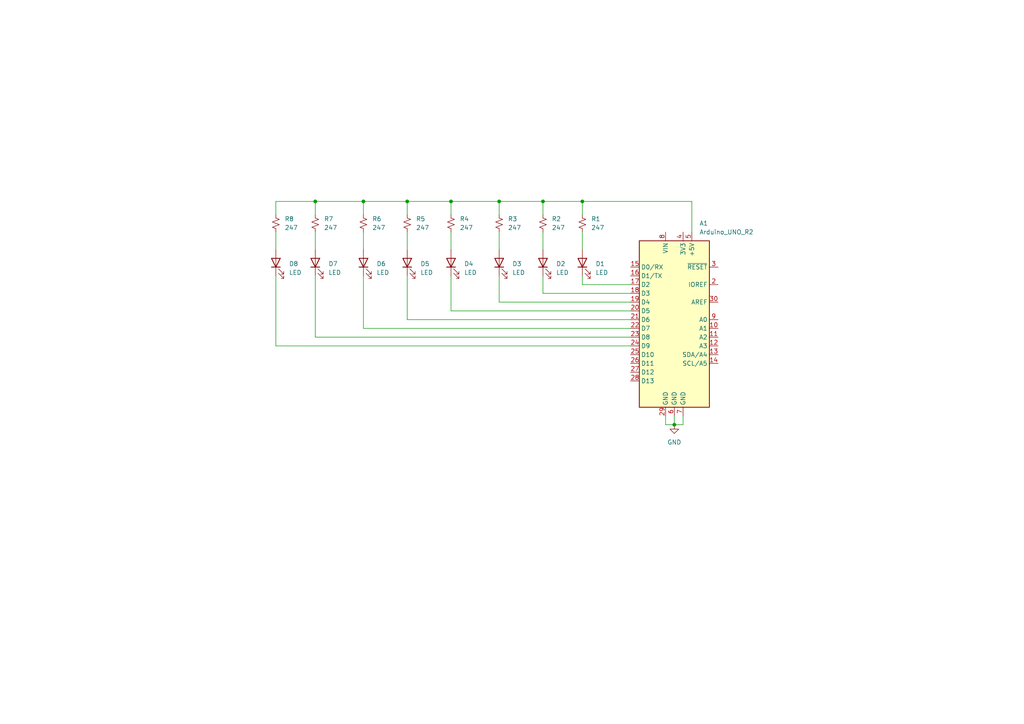
<source format=kicad_sch>
(kicad_sch (version 20230121) (generator eeschema)
  (paper "A4")
  (title_block (title "ARDUINO UNO SHIELD") (date "2024-01-20") (rev "1") (company "DONG TRINH HOANG NGUYEN") (comment 1 "HCMUT") (comment 2 "2151124"))
  (lib_symbols
    (symbol "Device:LED" (pin_numbers hide) (pin_names (offset 1.016) hide)
      (property "Reference" "D" (at 0 2.54 0))
      (property "Value" "LED" (at 0 -2.54 0))
      (symbol "LED_0_1"
        (polyline (pts (xy -1.27 -1.27) (xy -1.27 1.27)) (stroke (width 0.254)))
        (polyline (pts (xy -1.27 0) (xy 1.27 0)))
        (polyline (pts (xy 1.27 -1.27) (xy 1.27 1.27) (xy -1.27 0) (xy 1.27 -1.27)) (stroke (width 0.254)))
        (polyline (pts (xy -3.048 -0.762) (xy -4.572 -2.286) (xy -3.81 -2.286) (xy -4.572 -2.286) (xy -4.572 -1.524)))
        (polyline (pts (xy -1.778 -0.762) (xy -3.302 -2.286) (xy -2.54 -2.286) (xy -3.302 -2.286) (xy -3.302 -1.524)))
      )
      (symbol "LED_1_1"
        (pin passive line (at -3.81 0 0) (length 2.54) (name "K") (number "1"))
        (pin passive line (at 3.81 0 180) (length 2.54) (name "A") (number "2"))
      )
    )
    (symbol "Device:R_Small_US" (pin_numbers hide) (pin_names (offset 0.254) hide)
      (property "Reference" "R" (at 0.762 0.508 0))
      (property "Value" "R_Small_US" (at 0.762 -1.016 0))
      (symbol "R_Small_US_1_1"
        (polyline (pts (xy 0 0) (xy 1.016 -0.381) (xy 0 -0.762) (xy -1.016 -1.143) (xy 0 -1.524)))
        (polyline (pts (xy 0 1.524) (xy 1.016 1.143) (xy 0 0.762) (xy -1.016 0.381) (xy 0 0)))
        (pin passive line (at 0 2.54 270) (length 1.016) (name "~") (number "1"))
        (pin passive line (at 0 -2.54 90) (length 1.016) (name "~") (number "2"))
      )
    )
    (symbol "MCU_Module:Arduino_UNO_R2"
      (property "Reference" "A" (at -10.16 23.495 0))
      (property "Value" "Arduino_UNO_R2" (at 5.08 -26.67 0))
      (symbol "Arduino_UNO_R2_0_1"
        (rectangle (start -10.16 22.86) (end 10.16 -25.4) (stroke (width 0.254)) (fill (type background)))
      )
      (symbol "Arduino_UNO_R2_1_1"
        (pin no_connect line (at -10.16 -20.32 0) (length 2.54) hide (name "NC") (number "1"))
        (pin bidirectional line (at 12.7 -2.54 180) (length 2.54) (name "A1") (number "10"))
        (pin bidirectional line (at 12.7 -5.08 180) (length 2.54) (name "A2") (number "11"))
        (pin bidirectional line (at 12.7 -7.62 180) (length 2.54) (name "A3") (number "12"))
        (pin bidirectional line (at 12.7 -10.16 180) (length 2.54) (name "SDA/A4") (number "13"))
        (pin bidirectional line (at 12.7 -12.7 180) (length 2.54) (name "SCL/A5") (number "14"))
        (pin bidirectional line (at -12.7 15.24 0) (length 2.54) (name "D0/RX") (number "15"))
        (pin bidirectional line (at -12.7 12.7 0) (length 2.54) (name "D1/TX") (number "16"))
        (pin bidirectional line (at -12.7 10.16 0) (length 2.54) (name "D2") (number "17"))
        (pin bidirectional line (at -12.7 7.62 0) (length 2.54) (name "D3") (number "18"))
        (pin bidirectional line (at -12.7 5.08 0) (length 2.54) (name "D4") (number "19"))
        (pin output line (at 12.7 10.16 180) (length 2.54) (name "IOREF") (number "2"))
        (pin bidirectional line (at -12.7 2.54 0) (length 2.54) (name "D5") (number "20"))
        (pin bidirectional line (at -12.7 0 0) (length 2.54) (name "D6") (number "21"))
        (pin bidirectional line (at -12.7 -2.54 0) (length 2.54) (name "D7") (number "22"))
        (pin bidirectional line (at -12.7 -5.08 0) (length 2.54) (name "D8") (number "23"))
        (pin bidirectional line (at -12.7 -7.62 0) (length 2.54) (name "D9") (number "24"))
        (pin bidirectional line (at -12.7 -10.16 0) (length 2.54) (name "D10") (number "25"))
        (pin bidirectional line (at -12.7 -12.7 0) (length 2.54) (name "D11") (number "26"))
        (pin bidirectional line (at -12.7 -15.24 0) (length 2.54) (name "D12") (number "27"))
        (pin bidirectional line (at -12.7 -17.78 0) (length 2.54) (name "D13") (number "28"))
        (pin power_in line (at -2.54 -27.94 90) (length 2.54) (name "GND") (number "29"))
        (pin input line (at 12.7 15.24 180) (length 2.54) (name "~{RESET}") (number "3"))
        (pin input line (at 12.7 5.08 180) (length 2.54) (name "AREF") (number "30"))
        (pin power_out line (at 2.54 25.4 270) (length 2.54) (name "3V3") (number "4"))
        (pin power_out line (at 5.08 25.4 270) (length 2.54) (name "+5V") (number "5"))
        (pin power_in line (at 0 -27.94 90) (length 2.54) (name "GND") (number "6"))
        (pin power_in line (at 2.54 -27.94 90) (length 2.54) (name "GND") (number "7"))
        (pin power_in line (at -2.54 25.4 270) (length 2.54) (name "VIN") (number "8"))
        (pin bidirectional line (at 12.7 0 180) (length 2.54) (name "A0") (number "9"))
      )
    )
    (symbol "power:GND" (power) (pin_names (offset 0))
      (property "Value" "GND" (at 0 -3.81 0))
      (symbol "GND_0_1"
        (polyline (pts (xy 0 0) (xy 0 -1.27) (xy 1.27 -1.27) (xy 0 -2.54) (xy -1.27 -1.27) (xy 0 -1.27)))
      )
      (symbol "GND_1_1"
        (pin power_in line (at 0 0 270) (length 0) hide (name "GND") (number "1"))
      )
    )
  )
  (junction (at 91.44 58.42))
  (junction (at 168.91 58.42))
  (junction (at 118.11 58.42))
  (junction (at 130.81 58.42))
  (junction (at 144.78 58.42))
  (junction (at 105.41 58.42))
  (junction (at 195.58 123.19))
  (junction (at 157.48 58.42))
  (wire (pts (xy 105.41 80.01) (xy 105.41 95.25)))
  (wire (pts (xy 200.66 58.42) (xy 200.66 67.31)))
  (wire (pts (xy 198.12 123.19) (xy 195.58 123.19)))
  (wire (pts (xy 130.81 80.01) (xy 130.81 90.17)))
  (wire (pts (xy 157.48 85.09) (xy 182.88 85.09)))
  (wire (pts (xy 91.44 58.42) (xy 91.44 62.23)))
  (wire (pts (xy 118.11 58.42) (xy 130.81 58.42)))
  (wire (pts (xy 91.44 58.42) (xy 105.41 58.42)))
  (wire (pts (xy 157.48 67.31) (xy 157.48 72.39)))
  (wire (pts (xy 157.48 58.42) (xy 157.48 62.23)))
  (wire (pts (xy 168.91 82.55) (xy 182.88 82.55)))
  (wire (pts (xy 105.41 58.42) (xy 105.41 62.23)))
  (wire (pts (xy 130.81 58.42) (xy 144.78 58.42)))
  (wire (pts (xy 193.04 120.65) (xy 193.04 123.19)))
  (wire (pts (xy 193.04 123.19) (xy 195.58 123.19)))
  (wire (pts (xy 198.12 120.65) (xy 198.12 123.19)))
  (wire (pts (xy 80.01 67.31) (xy 80.01 72.39)))
  (wire (pts (xy 168.91 67.31) (xy 168.91 72.39)))
  (wire (pts (xy 118.11 92.71) (xy 182.88 92.71)))
  (wire (pts (xy 195.58 120.65) (xy 195.58 123.19)))
  (wire (pts (xy 157.48 80.01) (xy 157.48 85.09)))
  (wire (pts (xy 80.01 100.33) (xy 182.88 100.33)))
  (wire (pts (xy 144.78 87.63) (xy 182.88 87.63)))
  (wire (pts (xy 144.78 80.01) (xy 144.78 87.63)))
  (wire (pts (xy 105.41 58.42) (xy 118.11 58.42)))
  (wire (pts (xy 168.91 58.42) (xy 168.91 62.23)))
  (wire (pts (xy 118.11 58.42) (xy 118.11 62.23)))
  (wire (pts (xy 168.91 58.42) (xy 200.66 58.42)))
  (wire (pts (xy 91.44 80.01) (xy 91.44 97.79)))
  (wire (pts (xy 80.01 80.01) (xy 80.01 100.33)))
  (wire (pts (xy 144.78 67.31) (xy 144.78 72.39)))
  (wire (pts (xy 91.44 97.79) (xy 182.88 97.79)))
  (wire (pts (xy 80.01 62.23) (xy 80.01 58.42)))
  (wire (pts (xy 130.81 58.42) (xy 130.81 62.23)))
  (wire (pts (xy 144.78 58.42) (xy 144.78 62.23)))
  (wire (pts (xy 157.48 58.42) (xy 168.91 58.42)))
  (wire (pts (xy 80.01 58.42) (xy 91.44 58.42)))
  (wire (pts (xy 105.41 67.31) (xy 105.41 72.39)))
  (wire (pts (xy 118.11 80.01) (xy 118.11 92.71)))
  (wire (pts (xy 130.81 67.31) (xy 130.81 72.39)))
  (wire (pts (xy 144.78 58.42) (xy 157.48 58.42)))
  (wire (pts (xy 168.91 80.01) (xy 168.91 82.55)))
  (wire (pts (xy 105.41 95.25) (xy 182.88 95.25)))
  (wire (pts (xy 130.81 90.17) (xy 182.88 90.17)))
  (wire (pts (xy 118.11 67.31) (xy 118.11 72.39)))
  (wire (pts (xy 91.44 67.31) (xy 91.44 72.39)))
  (symbol (lib_id "Device:LED") (at 118.11 76.2 90) (unit 1)
    (property "Reference" "D5" (at 121.92 76.5175 90) (effects (justify right)))
    (property "Value" "LED" (at 121.92 79.0575 90) (effects (justify right)))
    (property "Footprint" "LED_SMD:LED_0402_1005Metric" (effects hide))
  )
  (symbol (lib_id "Device:R_Small_US") (at 80.01 64.77 0) (unit 1)
    (property "Reference" "R8" (at 82.55 63.5 0) (effects (justify left)))
    (property "Value" "247" (at 82.55 66.04 0) (effects (justify left)))
    (property "Footprint" "Resistor_SMD:R_0603_1608Metric" (effects hide))
  )
  (symbol (lib_id "Device:R_Small_US") (at 144.78 64.77 0) (unit 1)
    (property "Reference" "R3" (at 147.32 63.5 0) (effects (justify left)))
    (property "Value" "247" (at 147.32 66.04 0) (effects (justify left)))
    (property "Footprint" "Resistor_SMD:R_0603_1608Metric" (effects hide))
  )
  (symbol (lib_id "Device:R_Small_US") (at 105.41 64.77 0) (unit 1)
    (property "Reference" "R6" (at 107.95 63.5 0) (effects (justify left)))
    (property "Value" "247" (at 107.95 66.04 0) (effects (justify left)))
    (property "Footprint" "Resistor_SMD:R_0603_1608Metric" (effects hide))
  )
  (symbol (lib_id "Device:R_Small_US") (at 130.81 64.77 0) (unit 1)
    (property "Reference" "R4" (at 133.35 63.5 0) (effects (justify left)))
    (property "Value" "247" (at 133.35 66.04 0) (effects (justify left)))
    (property "Footprint" "Resistor_SMD:R_0603_1608Metric" (effects hide))
  )
  (symbol (lib_id "Device:LED") (at 157.48 76.2 90) (unit 1)
    (property "Reference" "D2" (at 161.29 76.5175 90) (effects (justify right)))
    (property "Value" "LED" (at 161.29 79.0575 90) (effects (justify right)))
    (property "Footprint" "LED_SMD:LED_0402_1005Metric" (effects hide))
  )
  (symbol (lib_id "power:GND") (at 195.58 123.19 0) (unit 1)
    (property "Reference" "#PWR01" (effects hide))
    (property "Value" "GND" (at 195.58 128.27 0))
  )
  (symbol (lib_id "Device:LED") (at 144.78 76.2 90) (unit 1)
    (property "Reference" "D3" (at 148.59 76.5175 90) (effects (justify right)))
    (property "Value" "LED" (at 148.59 79.0575 90) (effects (justify right)))
    (property "Footprint" "LED_SMD:LED_0402_1005Metric" (effects hide))
  )
  (symbol (lib_id "Device:LED") (at 130.81 76.2 90) (unit 1)
    (property "Reference" "D4" (at 134.62 76.5175 90) (effects (justify right)))
    (property "Value" "LED" (at 134.62 79.0575 90) (effects (justify right)))
    (property "Footprint" "LED_SMD:LED_0402_1005Metric" (effects hide))
  )
  (symbol (lib_id "Device:LED") (at 91.44 76.2 90) (unit 1)
    (property "Reference" "D7" (at 95.25 76.5175 90) (effects (justify right)))
    (property "Value" "LED" (at 95.25 79.0575 90) (effects (justify right)))
    (property "Footprint" "LED_SMD:LED_0402_1005Metric" (effects hide))
  )
  (symbol (lib_id "Device:LED") (at 105.41 76.2 90) (unit 1)
    (property "Reference" "D6" (at 109.22 76.5175 90) (effects (justify right)))
    (property "Value" "LED" (at 109.22 79.0575 90) (effects (justify right)))
    (property "Footprint" "LED_SMD:LED_0402_1005Metric" (effects hide))
  )
  (symbol (lib_id "Device:LED") (at 168.91 76.2 90) (unit 1)
    (property "Reference" "D1" (at 172.72 76.5175 90) (effects (justify right)))
    (property "Value" "LED" (at 172.72 79.0575 90) (effects (justify right)))
    (property "Footprint" "LED_SMD:LED_0402_1005Metric" (effects hide))
  )
  (symbol (lib_id "Device:R_Small_US") (at 91.44 64.77 0) (unit 1)
    (property "Reference" "R7" (at 93.98 63.5 0) (effects (justify left)))
    (property "Value" "247" (at 93.98 66.04 0) (effects (justify left)))
    (property "Footprint" "Resistor_SMD:R_0603_1608Metric" (effects hide))
  )
  (symbol (lib_id "Device:R_Small_US") (at 168.91 64.77 0) (unit 1)
    (property "Reference" "R1" (at 171.45 63.5 0) (effects (justify left)))
    (property "Value" "247" (at 171.45 66.04 0) (effects (justify left)))
    (property "Footprint" "Resistor_SMD:R_0603_1608Metric" (effects hide))
  )
  (symbol (lib_id "Device:R_Small_US") (at 118.11 64.77 0) (unit 1)
    (property "Reference" "R5" (at 120.65 63.5 0) (effects (justify left)))
    (property "Value" "247" (at 120.65 66.04 0) (effects (justify left)))
    (property "Footprint" "Resistor_SMD:R_0603_1608Metric" (effects hide))
  )
  (symbol (lib_id "Device:LED") (at 80.01 76.2 90) (unit 1)
    (property "Reference" "D8" (at 83.82 76.5175 90) (effects (justify right)))
    (property "Value" "LED" (at 83.82 79.0575 90) (effects (justify right)))
    (property "Footprint" "LED_SMD:LED_0402_1005Metric" (effects hide))
  )
  (symbol (lib_id "MCU_Module:Arduino_UNO_R2") (at 195.58 92.71 0) (unit 1)
    (property "Reference" "A1" (at 202.8541 64.77 0) (effects (justify left)))
    (property "Value" "Arduino_UNO_R2" (at 202.8541 67.31 0) (effects (justify left)))
    (property "Footprint" "Module:Arduino_UNO_R2" (effects hide))
    (property "Datasheet" "https://www.arduino.cc/en/Main/arduinoBoardUno" (effects hide))
  )
  (symbol (lib_id "Device:R_Small_US") (at 157.48 64.77 0) (unit 1)
    (property "Reference" "R2" (at 160.02 63.5 0) (effects (justify left)))
    (property "Value" "247" (at 160.02 66.04 0) (effects (justify left)))
    (property "Footprint" "Resistor_SMD:R_0603_1608Metric" (effects hide))
  )
)
</source>
